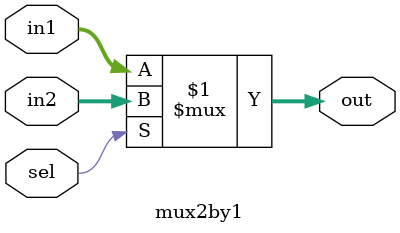
<source format=v>
`timescale 1ns / 1ps


module mux2by1#(parameter N=32)(
input[N-1:0] in1,
input [N-1:0]in2,
input sel,
output [N-1:0] out
    );
    assign out = (sel) ? in2:in1;
    
    
endmodule

</source>
